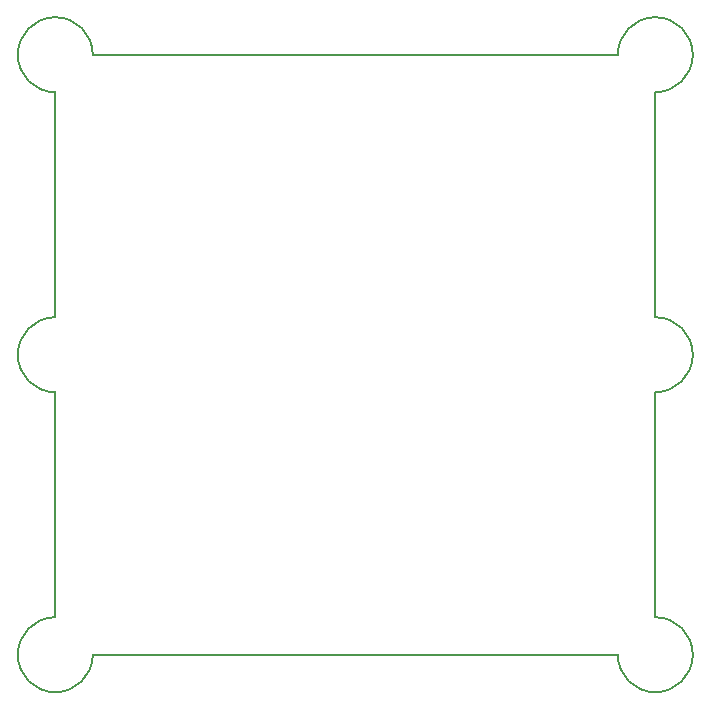
<source format=gbr>
G04 #@! TF.FileFunction,Profile,NP*
%FSLAX46Y46*%
G04 Gerber Fmt 4.6, Leading zero omitted, Abs format (unit mm)*
G04 Created by KiCad (PCBNEW 4.0.5) date 04/25/17 13:15:46*
%MOMM*%
%LPD*%
G01*
G04 APERTURE LIST*
%ADD10C,0.100000*%
%ADD11C,0.150000*%
G04 APERTURE END LIST*
D10*
D11*
X130175000Y-50800000D02*
X174625000Y-50800000D01*
X127000000Y-73025000D02*
X127000000Y-53975000D01*
X127000000Y-98425000D02*
X127000000Y-79375000D01*
X174625000Y-101600000D02*
X130175000Y-101600000D01*
X174625000Y-101600000D02*
G75*
G03X177800000Y-104775000I3175000J0D01*
G01*
X177800000Y-104775000D02*
G75*
G03X180975000Y-101600000I0J3175000D01*
G01*
X180975000Y-101600000D02*
G75*
G03X177800000Y-98425000I-3175000J0D01*
G01*
X177800000Y-79375000D02*
X177800000Y-98425000D01*
X177800000Y-53975000D02*
X177800000Y-73025000D01*
X177800000Y-79375000D02*
G75*
G03X180975000Y-76200000I0J3175000D01*
G01*
X180975000Y-76200000D02*
G75*
G03X177800000Y-73025000I-3175000J0D01*
G01*
X127000000Y-73025000D02*
G75*
G03X123825000Y-76200000I0J-3175000D01*
G01*
X123825000Y-76200000D02*
G75*
G03X127000000Y-79375000I3175000J0D01*
G01*
X127000000Y-98425000D02*
G75*
G03X123825000Y-101600000I0J-3175000D01*
G01*
X123825000Y-101600000D02*
G75*
G03X127000000Y-104775000I3175000J0D01*
G01*
X127000000Y-104775000D02*
G75*
G03X130175000Y-101600000I0J3175000D01*
G01*
X130175000Y-50800000D02*
G75*
G03X127000000Y-47625000I-3175000J0D01*
G01*
X127000000Y-47625000D02*
G75*
G03X123825000Y-50800000I0J-3175000D01*
G01*
X123825000Y-50800000D02*
G75*
G03X127000000Y-53975000I3175000J0D01*
G01*
X177800000Y-53975000D02*
G75*
G03X180975000Y-50800000I0J3175000D01*
G01*
X180975000Y-50800000D02*
G75*
G03X177800000Y-47625000I-3175000J0D01*
G01*
X177800000Y-47625000D02*
G75*
G03X174625000Y-50800000I0J-3175000D01*
G01*
M02*

</source>
